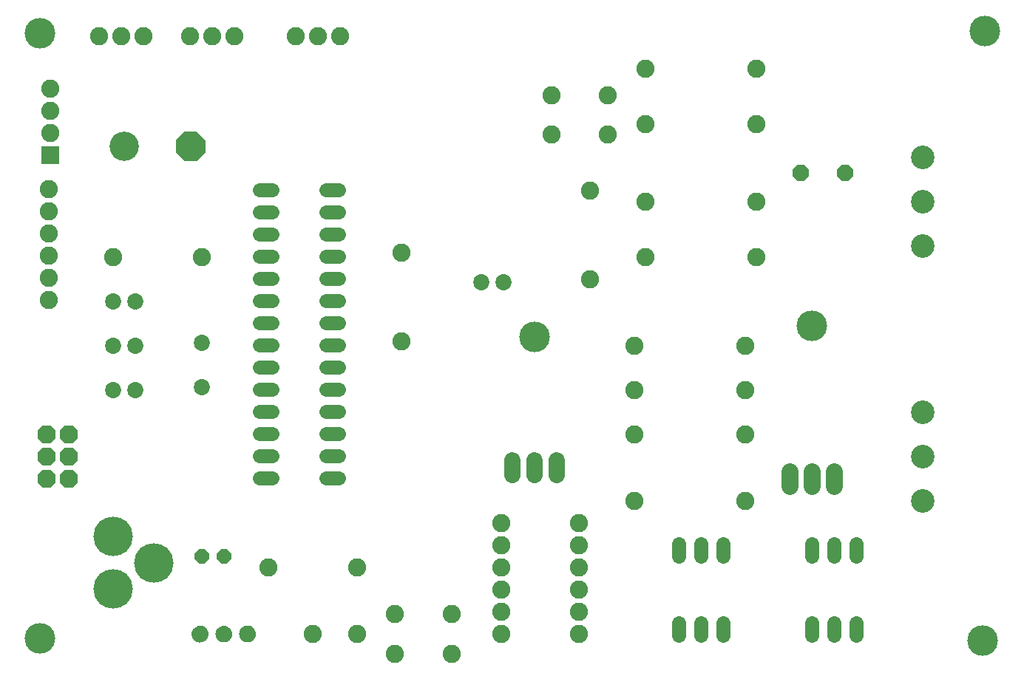
<source format=gbs>
G75*
G70*
%OFA0B0*%
%FSLAX24Y24*%
%IPPOS*%
%LPD*%
%AMOC8*
5,1,8,0,0,1.08239X$1,22.5*
%
%ADD10C,0.0640*%
%ADD11OC8,0.0820*%
%ADD12C,0.0820*%
%ADD13C,0.1780*%
%ADD14C,0.0730*%
%ADD15C,0.0050*%
%ADD16OC8,0.0640*%
%ADD17C,0.0720*%
%ADD18C,0.1380*%
%ADD19C,0.0760*%
%ADD20C,0.1064*%
%ADD21R,0.0820X0.0820*%
%ADD22OC8,0.0710*%
%ADD23OC8,0.1320*%
%ADD24C,0.1320*%
D10*
X011702Y009149D02*
X012262Y009149D01*
X012262Y010149D02*
X011702Y010149D01*
X011702Y011149D02*
X012262Y011149D01*
X012262Y012149D02*
X011702Y012149D01*
X011702Y013149D02*
X012262Y013149D01*
X012262Y014149D02*
X011702Y014149D01*
X011702Y015149D02*
X012262Y015149D01*
X012262Y016149D02*
X011702Y016149D01*
X011702Y017149D02*
X012262Y017149D01*
X012262Y018149D02*
X011702Y018149D01*
X011702Y019149D02*
X012262Y019149D01*
X012262Y020149D02*
X011702Y020149D01*
X011702Y021149D02*
X012262Y021149D01*
X012262Y022149D02*
X011702Y022149D01*
X014702Y022149D02*
X015262Y022149D01*
X015262Y021149D02*
X014702Y021149D01*
X014702Y020149D02*
X015262Y020149D01*
X015262Y019149D02*
X014702Y019149D01*
X014702Y018149D02*
X015262Y018149D01*
X015262Y017149D02*
X014702Y017149D01*
X014702Y016149D02*
X015262Y016149D01*
X015262Y015149D02*
X014702Y015149D01*
X014702Y014149D02*
X015262Y014149D01*
X015262Y013149D02*
X014702Y013149D01*
X014702Y012149D02*
X015262Y012149D01*
X015262Y011149D02*
X014702Y011149D01*
X014702Y010149D02*
X015262Y010149D01*
X015262Y009149D02*
X014702Y009149D01*
X030601Y006161D02*
X030601Y005601D01*
X031601Y005601D02*
X031601Y006161D01*
X032601Y006161D02*
X032601Y005601D01*
X036601Y005601D02*
X036601Y006161D01*
X037601Y006161D02*
X037601Y005601D01*
X038601Y005601D02*
X038601Y006161D01*
X038601Y002601D02*
X038601Y002041D01*
X037601Y002041D02*
X037601Y002601D01*
X036601Y002601D02*
X036601Y002041D01*
X032601Y002041D02*
X032601Y002601D01*
X031601Y002601D02*
X031601Y002041D01*
X030601Y002041D02*
X030601Y002601D01*
D11*
X003101Y009101D03*
X002101Y009101D03*
X002101Y010101D03*
X003101Y010101D03*
X003101Y011101D03*
X002101Y011101D03*
D12*
X002209Y017185D03*
X002209Y018185D03*
X002209Y019185D03*
X002209Y020185D03*
X002209Y021185D03*
X002209Y022185D03*
X002289Y024718D03*
X002289Y025718D03*
X002289Y026718D03*
X004491Y029081D03*
X005491Y029081D03*
X006491Y029081D03*
X008571Y029061D03*
X009571Y029061D03*
X010571Y029061D03*
X013345Y029071D03*
X014345Y029071D03*
X015345Y029071D03*
X024865Y026418D03*
X024865Y024638D03*
X027425Y024638D03*
X029101Y025101D03*
X027425Y026418D03*
X029101Y027601D03*
X034101Y027601D03*
X034101Y025101D03*
X034101Y021601D03*
X034101Y019101D03*
X029101Y019101D03*
X026601Y018101D03*
X028601Y015101D03*
X028601Y013101D03*
X028601Y011101D03*
X028601Y008101D03*
X026101Y007101D03*
X026101Y006101D03*
X026101Y005101D03*
X026101Y004101D03*
X026101Y003101D03*
X026101Y002101D03*
X022601Y002101D03*
X022601Y003101D03*
X022601Y004101D03*
X022601Y005101D03*
X022601Y006101D03*
X022601Y007101D03*
X020381Y002991D03*
X020381Y001211D03*
X017821Y001211D03*
X016101Y002101D03*
X017821Y002991D03*
X016101Y005101D03*
X012101Y005101D03*
X014101Y002101D03*
X033601Y008101D03*
X033601Y011101D03*
X033601Y013101D03*
X033601Y015101D03*
X029101Y021601D03*
X026601Y022101D03*
X018112Y019304D03*
X018112Y015304D03*
X009101Y019101D03*
X005101Y019101D03*
D13*
X005101Y006494D03*
X006951Y005313D03*
X005101Y004132D03*
D14*
X005101Y013101D03*
X006101Y013101D03*
X006101Y015101D03*
X005101Y015101D03*
X005101Y017101D03*
X006101Y017101D03*
X009101Y015243D03*
X009101Y013243D03*
X021714Y017970D03*
X022714Y017970D03*
D15*
X011357Y002390D02*
X011410Y002347D01*
X011454Y002295D01*
X011487Y002235D01*
X011507Y002170D01*
X011515Y002102D01*
X011507Y002034D01*
X011487Y001969D01*
X011454Y001909D01*
X011410Y001856D01*
X011357Y001814D01*
X011296Y001782D01*
X011231Y001763D01*
X011163Y001757D01*
X011096Y001765D01*
X011032Y001786D01*
X010973Y001819D01*
X010922Y001862D01*
X010880Y001915D01*
X010849Y001976D01*
X010831Y002041D01*
X010826Y002108D01*
X010832Y002174D01*
X010851Y002237D01*
X010882Y002296D01*
X010924Y002347D01*
X010975Y002389D01*
X011034Y002421D01*
X011097Y002440D01*
X011163Y002447D01*
X011231Y002441D01*
X011296Y002422D01*
X011357Y002390D01*
X011366Y002382D02*
X010967Y002382D01*
X010913Y002334D02*
X011421Y002334D01*
X011459Y002285D02*
X010877Y002285D01*
X010851Y002237D02*
X011486Y002237D01*
X011502Y002188D02*
X010836Y002188D01*
X010829Y002140D02*
X011511Y002140D01*
X011514Y002091D02*
X010827Y002091D01*
X010831Y002043D02*
X011508Y002043D01*
X011495Y001994D02*
X010844Y001994D01*
X010865Y001945D02*
X011474Y001945D01*
X011444Y001897D02*
X010894Y001897D01*
X010938Y001848D02*
X011400Y001848D01*
X011331Y001800D02*
X011006Y001800D01*
X010428Y001994D02*
X009775Y001994D01*
X009782Y001973D02*
X009763Y002038D01*
X009757Y002105D01*
X009763Y002171D01*
X009782Y002235D01*
X009812Y002293D01*
X009854Y002345D01*
X009905Y002387D01*
X009963Y002419D01*
X010027Y002439D01*
X010093Y002446D01*
X010162Y002439D01*
X010228Y002420D01*
X010289Y002387D01*
X010343Y002344D01*
X010387Y002290D01*
X010419Y002230D01*
X010440Y002164D01*
X010447Y002095D01*
X010439Y002028D01*
X010419Y001964D01*
X010386Y001905D01*
X010342Y001853D01*
X010290Y001812D01*
X010230Y001781D01*
X010165Y001762D01*
X010098Y001757D01*
X010031Y001764D01*
X009966Y001784D01*
X009907Y001817D01*
X009855Y001860D01*
X009813Y001913D01*
X009782Y001973D01*
X009796Y001945D02*
X010408Y001945D01*
X010379Y001897D02*
X009826Y001897D01*
X009869Y001848D02*
X010336Y001848D01*
X010267Y001800D02*
X009938Y001800D01*
X009762Y002043D02*
X010441Y002043D01*
X010446Y002091D02*
X009758Y002091D01*
X009760Y002140D02*
X010442Y002140D01*
X010432Y002188D02*
X009768Y002188D01*
X009783Y002237D02*
X010416Y002237D01*
X010389Y002285D02*
X009808Y002285D01*
X009845Y002334D02*
X010351Y002334D01*
X010295Y002382D02*
X009899Y002382D01*
X010001Y002431D02*
X010190Y002431D01*
X011067Y002431D02*
X011264Y002431D01*
X009370Y002165D02*
X009378Y002096D01*
X009370Y002028D01*
X009348Y001963D01*
X009315Y001903D01*
X009270Y001851D01*
X009216Y001809D01*
X009155Y001777D01*
X009089Y001759D01*
X009021Y001754D01*
X008954Y001762D01*
X008890Y001782D01*
X008832Y001815D01*
X008780Y001859D01*
X008739Y001911D01*
X008708Y001971D01*
X008690Y002036D01*
X008685Y002103D01*
X008691Y002169D01*
X008709Y002233D01*
X008740Y002292D01*
X008782Y002344D01*
X008833Y002387D01*
X008891Y002419D01*
X008955Y002439D01*
X009021Y002447D01*
X009090Y002441D01*
X009157Y002421D01*
X009218Y002389D01*
X009272Y002345D01*
X009317Y002292D01*
X009350Y002231D01*
X009370Y002165D01*
X009363Y002188D02*
X008696Y002188D01*
X008688Y002140D02*
X009373Y002140D01*
X009377Y002091D02*
X008686Y002091D01*
X008690Y002043D02*
X009371Y002043D01*
X009359Y001994D02*
X008702Y001994D01*
X008721Y001945D02*
X009339Y001945D01*
X009310Y001897D02*
X008750Y001897D01*
X008793Y001848D02*
X009267Y001848D01*
X009199Y001800D02*
X008859Y001800D01*
X008711Y002237D02*
X009347Y002237D01*
X009320Y002285D02*
X008736Y002285D01*
X008773Y002334D02*
X009282Y002334D01*
X009226Y002382D02*
X008827Y002382D01*
X008927Y002431D02*
X009123Y002431D01*
D16*
X009101Y005601D03*
X010101Y005601D03*
D17*
X023101Y009281D02*
X023101Y009921D01*
X024101Y009921D02*
X024101Y009281D01*
X025101Y009281D02*
X025101Y009921D01*
D18*
X001801Y001901D03*
X024101Y015501D03*
X036601Y016001D03*
X044401Y029301D03*
X044301Y001801D03*
X001801Y029201D03*
D19*
X035601Y009441D02*
X035601Y008761D01*
X036601Y008761D02*
X036601Y009441D01*
X037601Y009441D02*
X037601Y008761D01*
D20*
X041601Y008093D03*
X041601Y010101D03*
X041601Y012109D03*
X041601Y019593D03*
X041601Y021601D03*
X041601Y023609D03*
D21*
X002289Y023718D03*
D22*
X036101Y022901D03*
X038101Y022901D03*
D23*
X008601Y024101D03*
D24*
X005601Y024101D03*
M02*

</source>
